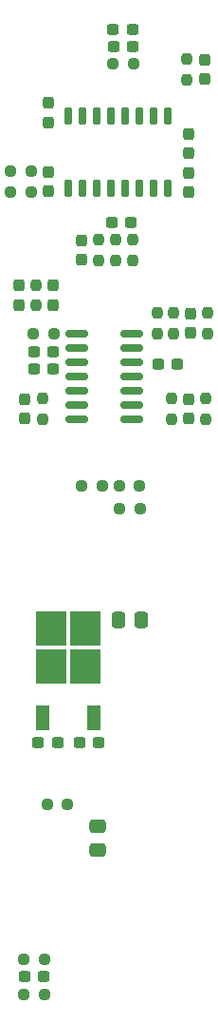
<source format=gbr>
%TF.GenerationSoftware,KiCad,Pcbnew,6.0.7+dfsg-1~bpo11+1*%
%TF.CreationDate,2022-10-26T04:05:39+08:00*%
%TF.ProjectId,MiniDelay v1.0 - Main,4d696e69-4465-46c6-9179-2076312e3020,rev?*%
%TF.SameCoordinates,Original*%
%TF.FileFunction,Paste,Bot*%
%TF.FilePolarity,Positive*%
%FSLAX46Y46*%
G04 Gerber Fmt 4.6, Leading zero omitted, Abs format (unit mm)*
G04 Created by KiCad (PCBNEW 6.0.7+dfsg-1~bpo11+1) date 2022-10-26 04:05:39*
%MOMM*%
%LPD*%
G01*
G04 APERTURE LIST*
G04 Aperture macros list*
%AMRoundRect*
0 Rectangle with rounded corners*
0 $1 Rounding radius*
0 $2 $3 $4 $5 $6 $7 $8 $9 X,Y pos of 4 corners*
0 Add a 4 corners polygon primitive as box body*
4,1,4,$2,$3,$4,$5,$6,$7,$8,$9,$2,$3,0*
0 Add four circle primitives for the rounded corners*
1,1,$1+$1,$2,$3*
1,1,$1+$1,$4,$5*
1,1,$1+$1,$6,$7*
1,1,$1+$1,$8,$9*
0 Add four rect primitives between the rounded corners*
20,1,$1+$1,$2,$3,$4,$5,0*
20,1,$1+$1,$4,$5,$6,$7,0*
20,1,$1+$1,$6,$7,$8,$9,0*
20,1,$1+$1,$8,$9,$2,$3,0*%
G04 Aperture macros list end*
%ADD10RoundRect,0.237500X-0.237500X0.250000X-0.237500X-0.250000X0.237500X-0.250000X0.237500X0.250000X0*%
%ADD11RoundRect,0.237500X0.237500X-0.300000X0.237500X0.300000X-0.237500X0.300000X-0.237500X-0.300000X0*%
%ADD12RoundRect,0.250000X0.337500X0.475000X-0.337500X0.475000X-0.337500X-0.475000X0.337500X-0.475000X0*%
%ADD13R,2.750000X3.050000*%
%ADD14R,1.200000X2.200000*%
%ADD15RoundRect,0.237500X0.250000X0.237500X-0.250000X0.237500X-0.250000X-0.237500X0.250000X-0.237500X0*%
%ADD16RoundRect,0.237500X-0.250000X-0.237500X0.250000X-0.237500X0.250000X0.237500X-0.250000X0.237500X0*%
%ADD17RoundRect,0.237500X-0.300000X-0.237500X0.300000X-0.237500X0.300000X0.237500X-0.300000X0.237500X0*%
%ADD18RoundRect,0.237500X0.300000X0.237500X-0.300000X0.237500X-0.300000X-0.237500X0.300000X-0.237500X0*%
%ADD19RoundRect,0.237500X-0.237500X0.300000X-0.237500X-0.300000X0.237500X-0.300000X0.237500X0.300000X0*%
%ADD20RoundRect,0.237500X0.237500X-0.250000X0.237500X0.250000X-0.237500X0.250000X-0.237500X-0.250000X0*%
%ADD21RoundRect,0.250000X0.475000X-0.337500X0.475000X0.337500X-0.475000X0.337500X-0.475000X-0.337500X0*%
%ADD22RoundRect,0.150000X-0.150000X0.650000X-0.150000X-0.650000X0.150000X-0.650000X0.150000X0.650000X0*%
%ADD23RoundRect,0.150000X0.825000X0.150000X-0.825000X0.150000X-0.825000X-0.150000X0.825000X-0.150000X0*%
G04 APERTURE END LIST*
D10*
%TO.C,R14*%
X134400000Y-85187500D03*
X134400000Y-87012500D03*
%TD*%
D11*
%TO.C,C22*%
X142430000Y-101102500D03*
X142430000Y-99377500D03*
%TD*%
D12*
%TO.C,C1*%
X138237500Y-118975000D03*
X136162500Y-118975000D03*
%TD*%
D13*
%TO.C,U3*%
X130175000Y-123125000D03*
X133225000Y-119775000D03*
X130175000Y-119775000D03*
X133225000Y-123125000D03*
D14*
X133980000Y-127750000D03*
X129420000Y-127750000D03*
%TD*%
D15*
%TO.C,R3*%
X129537500Y-149250000D03*
X127712500Y-149250000D03*
%TD*%
D11*
%TO.C,C19*%
X132900000Y-86962500D03*
X132900000Y-85237500D03*
%TD*%
D16*
%TO.C,R17*%
X136237500Y-107110000D03*
X138062500Y-107110000D03*
%TD*%
D17*
%TO.C,C4*%
X128637500Y-96700000D03*
X130362500Y-96700000D03*
%TD*%
D10*
%TO.C,R19*%
X141110000Y-91677500D03*
X141110000Y-93502500D03*
%TD*%
D15*
%TO.C,R6*%
X134687500Y-107110000D03*
X132862500Y-107110000D03*
%TD*%
D11*
%TO.C,C6*%
X127825000Y-101087500D03*
X127825000Y-99362500D03*
%TD*%
D18*
%TO.C,C10*%
X137262500Y-83600000D03*
X135537500Y-83600000D03*
%TD*%
D11*
%TO.C,C13*%
X142400000Y-80952500D03*
X142400000Y-79227500D03*
%TD*%
D15*
%TO.C,R5*%
X137492500Y-69490000D03*
X135667500Y-69490000D03*
%TD*%
D19*
%TO.C,C20*%
X127300000Y-89237500D03*
X127300000Y-90962500D03*
%TD*%
D16*
%TO.C,R11*%
X128587500Y-93500000D03*
X130412500Y-93500000D03*
%TD*%
D17*
%TO.C,C3*%
X139712500Y-96200000D03*
X141437500Y-96200000D03*
%TD*%
D10*
%TO.C,R10*%
X142300000Y-69087500D03*
X142300000Y-70912500D03*
%TD*%
D11*
%TO.C,C11*%
X142400000Y-77462500D03*
X142400000Y-75737500D03*
%TD*%
D16*
%TO.C,R2*%
X129787500Y-135475000D03*
X131612500Y-135475000D03*
%TD*%
%TO.C,R18*%
X136262500Y-109100000D03*
X138087500Y-109100000D03*
%TD*%
D18*
%TO.C,C5*%
X129487500Y-150800000D03*
X127762500Y-150800000D03*
%TD*%
D10*
%TO.C,R4*%
X129355000Y-99302500D03*
X129355000Y-101127500D03*
%TD*%
%TO.C,R21*%
X140910000Y-99327500D03*
X140910000Y-101152500D03*
%TD*%
D15*
%TO.C,R1*%
X129537500Y-152350000D03*
X127712500Y-152350000D03*
%TD*%
D20*
%TO.C,R9*%
X143980000Y-101152500D03*
X143980000Y-99327500D03*
%TD*%
%TO.C,R20*%
X139600000Y-93492500D03*
X139600000Y-91667500D03*
%TD*%
D21*
%TO.C,C2*%
X134300000Y-139462500D03*
X134300000Y-137387500D03*
%TD*%
D19*
%TO.C,C21*%
X142630000Y-91727500D03*
X142630000Y-93452500D03*
%TD*%
D17*
%TO.C,C9*%
X135697387Y-66409826D03*
X137422387Y-66409826D03*
%TD*%
D20*
%TO.C,R16*%
X144130000Y-93512500D03*
X144130000Y-91687500D03*
%TD*%
D19*
%TO.C,C7*%
X129900000Y-72987500D03*
X129900000Y-74712500D03*
%TD*%
D20*
%TO.C,R7*%
X135900000Y-87012500D03*
X135900000Y-85187500D03*
%TD*%
D17*
%TO.C,C8*%
X135717387Y-67949826D03*
X137442387Y-67949826D03*
%TD*%
D16*
%TO.C,R12*%
X126537500Y-80950000D03*
X128362500Y-80950000D03*
%TD*%
D22*
%TO.C,U2*%
X131665000Y-74100000D03*
X132935000Y-74100000D03*
X134205000Y-74100000D03*
X135475000Y-74100000D03*
X136745000Y-74100000D03*
X138015000Y-74100000D03*
X139285000Y-74100000D03*
X140555000Y-74100000D03*
X140555000Y-80600000D03*
X139285000Y-80600000D03*
X138015000Y-80600000D03*
X136745000Y-80600000D03*
X135475000Y-80600000D03*
X134205000Y-80600000D03*
X132935000Y-80600000D03*
X131665000Y-80600000D03*
%TD*%
D19*
%TO.C,C18*%
X130360000Y-89237500D03*
X130360000Y-90962500D03*
%TD*%
D23*
%TO.C,U1*%
X137395000Y-93540000D03*
X137395000Y-94810000D03*
X137395000Y-96080000D03*
X137395000Y-97350000D03*
X137395000Y-98620000D03*
X137395000Y-99890000D03*
X137395000Y-101160000D03*
X132445000Y-101160000D03*
X132445000Y-99890000D03*
X132445000Y-98620000D03*
X132445000Y-97350000D03*
X132445000Y-96080000D03*
X132445000Y-94810000D03*
X132445000Y-93540000D03*
%TD*%
D17*
%TO.C,C12*%
X128637500Y-95100000D03*
X130362500Y-95100000D03*
%TD*%
%TO.C,C17*%
X128987500Y-129950000D03*
X130712500Y-129950000D03*
%TD*%
D19*
%TO.C,C16*%
X143900000Y-69137500D03*
X143900000Y-70862500D03*
%TD*%
%TO.C,C15*%
X129900000Y-79137500D03*
X129900000Y-80862500D03*
%TD*%
D20*
%TO.C,R15*%
X128830000Y-91012500D03*
X128830000Y-89187500D03*
%TD*%
D18*
%TO.C,C14*%
X134412500Y-129950000D03*
X132687500Y-129950000D03*
%TD*%
D20*
%TO.C,R8*%
X137400000Y-87012500D03*
X137400000Y-85187500D03*
%TD*%
D16*
%TO.C,R13*%
X126537500Y-79070000D03*
X128362500Y-79070000D03*
%TD*%
M02*

</source>
